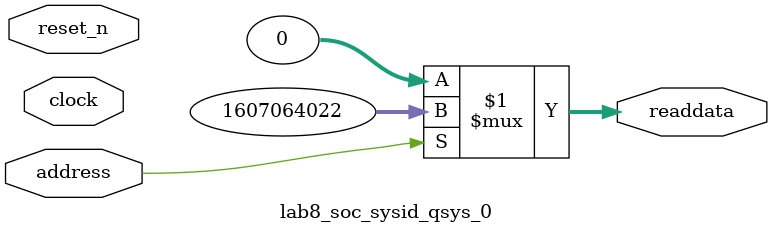
<source format=v>



// synthesis translate_off
`timescale 1ns / 1ps
// synthesis translate_on

// turn off superfluous verilog processor warnings 
// altera message_level Level1 
// altera message_off 10034 10035 10036 10037 10230 10240 10030 

module lab8_soc_sysid_qsys_0 (
               // inputs:
                address,
                clock,
                reset_n,

               // outputs:
                readdata
             )
;

  output  [ 31: 0] readdata;
  input            address;
  input            clock;
  input            reset_n;

  wire    [ 31: 0] readdata;
  //control_slave, which is an e_avalon_slave
  assign readdata = address ? 1607064022 : 0;

endmodule



</source>
